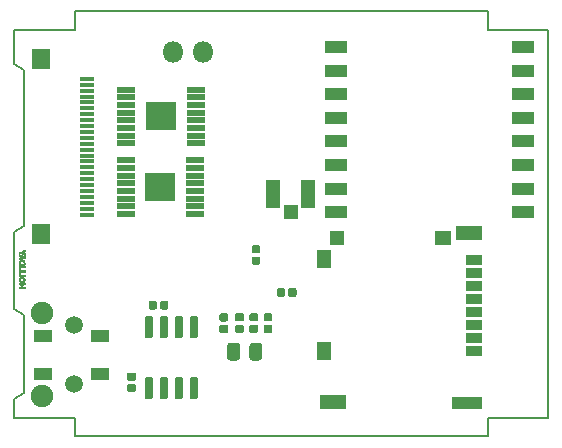
<source format=gbs>
G04 #@! TF.GenerationSoftware,KiCad,Pcbnew,(5.1.4)-1*
G04 #@! TF.CreationDate,2019-10-25T18:11:34-07:00*
G04 #@! TF.ProjectId,mainboard,6d61696e-626f-4617-9264-2e6b69636164,rev?*
G04 #@! TF.SameCoordinates,Original*
G04 #@! TF.FileFunction,Soldermask,Bot*
G04 #@! TF.FilePolarity,Negative*
%FSLAX46Y46*%
G04 Gerber Fmt 4.6, Leading zero omitted, Abs format (unit mm)*
G04 Created by KiCad (PCBNEW (5.1.4)-1) date 2019-10-25 18:11:34*
%MOMM*%
%LPD*%
G04 APERTURE LIST*
%ADD10C,0.150000*%
%ADD11C,0.010000*%
%ADD12O,1.801600X1.801600*%
%ADD13R,1.601600X1.801600*%
%ADD14R,1.201600X0.351600*%
%ADD15R,1.601600X1.101600*%
%ADD16C,0.100000*%
%ADD17C,0.691600*%
%ADD18R,1.151600X1.151600*%
%ADD19R,1.151600X2.351600*%
%ADD20R,2.561600X2.411600*%
%ADD21R,1.576600X0.551600*%
%ADD22R,1.901600X1.101600*%
%ADD23C,0.701600*%
%ADD24R,1.251600X1.601600*%
%ADD25R,2.301600X1.251600*%
%ADD26R,1.301600X1.261600*%
%ADD27R,1.351600X1.261600*%
%ADD28R,2.601600X1.051600*%
%ADD29R,1.341600X0.901600*%
%ADD30C,1.076600*%
%ADD31C,1.509600*%
%ADD32C,1.901600*%
G04 APERTURE END LIST*
D10*
X76625100Y-98791400D02*
X76625100Y-92202000D01*
X77463300Y-78486000D02*
X76625100Y-77978000D01*
X77463300Y-91694000D02*
X76625100Y-92202000D01*
X77463300Y-78486000D02*
X77463300Y-91694000D01*
X81725100Y-75141600D02*
X81725100Y-73541600D01*
X81725100Y-107941600D02*
X81725100Y-109541600D01*
X121800300Y-107941600D02*
X116700300Y-107941600D01*
X76625100Y-75141600D02*
X81725100Y-75141600D01*
X116700300Y-107941600D02*
X116700300Y-109541600D01*
X116700300Y-73541600D02*
X116700300Y-75141600D01*
X121800300Y-75141600D02*
X116700300Y-75141600D01*
X76625100Y-107941600D02*
X76625100Y-106335200D01*
X81725100Y-107941600D02*
X76625100Y-107941600D01*
X77463300Y-99299400D02*
X76625100Y-98791400D01*
X121800300Y-107941600D02*
X121800300Y-75141600D01*
X77463300Y-105827200D02*
X76625100Y-106335200D01*
X77463300Y-99299400D02*
X77463300Y-105827200D01*
X81725100Y-109541600D02*
X116700300Y-109541600D01*
X116700300Y-73541600D02*
X81725100Y-73541600D01*
X76625100Y-75141600D02*
X76625100Y-77978000D01*
D11*
G36*
X77492162Y-96213253D02*
G01*
X77482286Y-96165669D01*
X77476807Y-96152583D01*
X77435560Y-96098625D01*
X77378858Y-96060008D01*
X77312046Y-96037495D01*
X77240471Y-96031850D01*
X77169477Y-96043837D01*
X77104411Y-96074219D01*
X77076970Y-96095456D01*
X77030213Y-96153639D01*
X77005591Y-96221216D01*
X77004013Y-96293631D01*
X77023986Y-96361250D01*
X77054741Y-96413772D01*
X77094644Y-96450202D01*
X77143032Y-96475066D01*
X77216178Y-96493454D01*
X77240386Y-96492674D01*
X77240386Y-96378892D01*
X77185642Y-96370129D01*
X77137884Y-96347133D01*
X77122174Y-96333810D01*
X77094669Y-96291455D01*
X77091920Y-96246066D01*
X77113992Y-96200574D01*
X77119039Y-96194395D01*
X77139665Y-96174518D01*
X77164063Y-96162934D01*
X77200571Y-96156662D01*
X77231354Y-96154233D01*
X77303130Y-96156912D01*
X77358145Y-96174153D01*
X77394602Y-96204563D01*
X77410699Y-96246752D01*
X77407176Y-96290256D01*
X77385513Y-96329102D01*
X77346425Y-96357445D01*
X77296015Y-96374353D01*
X77240386Y-96378892D01*
X77240386Y-96492674D01*
X77291119Y-96491039D01*
X77362238Y-96469670D01*
X77423918Y-96431192D01*
X77470543Y-96377453D01*
X77477557Y-96365056D01*
X77489837Y-96323998D01*
X77494692Y-96269713D01*
X77492162Y-96213253D01*
X77492162Y-96213253D01*
G37*
X77492162Y-96213253D02*
X77482286Y-96165669D01*
X77476807Y-96152583D01*
X77435560Y-96098625D01*
X77378858Y-96060008D01*
X77312046Y-96037495D01*
X77240471Y-96031850D01*
X77169477Y-96043837D01*
X77104411Y-96074219D01*
X77076970Y-96095456D01*
X77030213Y-96153639D01*
X77005591Y-96221216D01*
X77004013Y-96293631D01*
X77023986Y-96361250D01*
X77054741Y-96413772D01*
X77094644Y-96450202D01*
X77143032Y-96475066D01*
X77216178Y-96493454D01*
X77240386Y-96492674D01*
X77240386Y-96378892D01*
X77185642Y-96370129D01*
X77137884Y-96347133D01*
X77122174Y-96333810D01*
X77094669Y-96291455D01*
X77091920Y-96246066D01*
X77113992Y-96200574D01*
X77119039Y-96194395D01*
X77139665Y-96174518D01*
X77164063Y-96162934D01*
X77200571Y-96156662D01*
X77231354Y-96154233D01*
X77303130Y-96156912D01*
X77358145Y-96174153D01*
X77394602Y-96204563D01*
X77410699Y-96246752D01*
X77407176Y-96290256D01*
X77385513Y-96329102D01*
X77346425Y-96357445D01*
X77296015Y-96374353D01*
X77240386Y-96378892D01*
X77240386Y-96492674D01*
X77291119Y-96491039D01*
X77362238Y-96469670D01*
X77423918Y-96431192D01*
X77470543Y-96377453D01*
X77477557Y-96365056D01*
X77489837Y-96323998D01*
X77494692Y-96269713D01*
X77492162Y-96213253D01*
G36*
X77494655Y-94873569D02*
G01*
X77491749Y-94819358D01*
X77486539Y-94773189D01*
X77482142Y-94751920D01*
X77453216Y-94689756D01*
X77408124Y-94642531D01*
X77351454Y-94610548D01*
X77287797Y-94594108D01*
X77221744Y-94593513D01*
X77157885Y-94609065D01*
X77100811Y-94641065D01*
X77055111Y-94689814D01*
X77037018Y-94722665D01*
X77023647Y-94765979D01*
X77013020Y-94824308D01*
X77006178Y-94887877D01*
X77004162Y-94946910D01*
X77008012Y-94991631D01*
X77008268Y-94992825D01*
X77011155Y-95002900D01*
X77017063Y-95010275D01*
X77029513Y-95015372D01*
X77052022Y-95018612D01*
X77088112Y-95020415D01*
X77141301Y-95021203D01*
X77215108Y-95021396D01*
X77247275Y-95021400D01*
X77330841Y-95021142D01*
X77392408Y-95020177D01*
X77406500Y-95019536D01*
X77406500Y-94907100D01*
X77085697Y-94907100D01*
X77092228Y-94849160D01*
X77106140Y-94795101D01*
X77128044Y-94760046D01*
X77177999Y-94724359D01*
X77238348Y-94708349D01*
X77301231Y-94714031D01*
X77304219Y-94714896D01*
X77358550Y-94742028D01*
X77392702Y-94784538D01*
X77406267Y-94841880D01*
X77406500Y-94851663D01*
X77406500Y-94907100D01*
X77406500Y-95019536D01*
X77435371Y-95018222D01*
X77463128Y-95014993D01*
X77479076Y-95010205D01*
X77486611Y-95003577D01*
X77487692Y-95001312D01*
X77492811Y-94972861D01*
X77495070Y-94927509D01*
X77494655Y-94873569D01*
X77494655Y-94873569D01*
G37*
X77494655Y-94873569D02*
X77491749Y-94819358D01*
X77486539Y-94773189D01*
X77482142Y-94751920D01*
X77453216Y-94689756D01*
X77408124Y-94642531D01*
X77351454Y-94610548D01*
X77287797Y-94594108D01*
X77221744Y-94593513D01*
X77157885Y-94609065D01*
X77100811Y-94641065D01*
X77055111Y-94689814D01*
X77037018Y-94722665D01*
X77023647Y-94765979D01*
X77013020Y-94824308D01*
X77006178Y-94887877D01*
X77004162Y-94946910D01*
X77008012Y-94991631D01*
X77008268Y-94992825D01*
X77011155Y-95002900D01*
X77017063Y-95010275D01*
X77029513Y-95015372D01*
X77052022Y-95018612D01*
X77088112Y-95020415D01*
X77141301Y-95021203D01*
X77215108Y-95021396D01*
X77247275Y-95021400D01*
X77330841Y-95021142D01*
X77392408Y-95020177D01*
X77406500Y-95019536D01*
X77406500Y-94907100D01*
X77085697Y-94907100D01*
X77092228Y-94849160D01*
X77106140Y-94795101D01*
X77128044Y-94760046D01*
X77177999Y-94724359D01*
X77238348Y-94708349D01*
X77301231Y-94714031D01*
X77304219Y-94714896D01*
X77358550Y-94742028D01*
X77392702Y-94784538D01*
X77406267Y-94841880D01*
X77406500Y-94851663D01*
X77406500Y-94907100D01*
X77406500Y-95019536D01*
X77435371Y-95018222D01*
X77463128Y-95014993D01*
X77479076Y-95010205D01*
X77486611Y-95003577D01*
X77487692Y-95001312D01*
X77492811Y-94972861D01*
X77495070Y-94927509D01*
X77494655Y-94873569D01*
G36*
X77303788Y-96862900D02*
G01*
X77311250Y-96678750D01*
X77495400Y-96671288D01*
X77495400Y-96570800D01*
X77012800Y-96570800D01*
X77012800Y-96671332D01*
X77209650Y-96678750D01*
X77209650Y-96856550D01*
X77111225Y-96860260D01*
X77012800Y-96863969D01*
X77012800Y-96964500D01*
X77495400Y-96964500D01*
X77495400Y-96862900D01*
X77303788Y-96862900D01*
X77303788Y-96862900D01*
G37*
X77303788Y-96862900D02*
X77311250Y-96678750D01*
X77495400Y-96671288D01*
X77495400Y-96570800D01*
X77012800Y-96570800D01*
X77012800Y-96671332D01*
X77209650Y-96678750D01*
X77209650Y-96856550D01*
X77111225Y-96860260D01*
X77012800Y-96863969D01*
X77012800Y-96964500D01*
X77495400Y-96964500D01*
X77495400Y-96862900D01*
X77303788Y-96862900D01*
G36*
X77101700Y-95846900D02*
G01*
X77101700Y-95656400D01*
X77012800Y-95656400D01*
X77012800Y-95961200D01*
X77495400Y-95961200D01*
X77495400Y-95846900D01*
X77101700Y-95846900D01*
X77101700Y-95846900D01*
G37*
X77101700Y-95846900D02*
X77101700Y-95656400D01*
X77012800Y-95656400D01*
X77012800Y-95961200D01*
X77495400Y-95961200D01*
X77495400Y-95846900D01*
X77101700Y-95846900D01*
G36*
X77101700Y-95478600D02*
G01*
X77101700Y-95288100D01*
X77012800Y-95288100D01*
X77012800Y-95592900D01*
X77495400Y-95592900D01*
X77495400Y-95478600D01*
X77101700Y-95478600D01*
X77101700Y-95478600D01*
G37*
X77101700Y-95478600D02*
X77101700Y-95288100D01*
X77012800Y-95288100D01*
X77012800Y-95592900D01*
X77495400Y-95592900D01*
X77495400Y-95478600D01*
X77101700Y-95478600D01*
G36*
X77012800Y-95110300D02*
G01*
X77012800Y-95224600D01*
X77495400Y-95224600D01*
X77495400Y-95110300D01*
X77012800Y-95110300D01*
X77012800Y-95110300D01*
G37*
X77012800Y-95110300D02*
X77012800Y-95224600D01*
X77495400Y-95224600D01*
X77495400Y-95110300D01*
X77012800Y-95110300D01*
G36*
X77495400Y-94342223D02*
G01*
X77494514Y-94303875D01*
X77492226Y-94278405D01*
X77489991Y-94272100D01*
X77476729Y-94268509D01*
X77443115Y-94258522D01*
X77393039Y-94243320D01*
X77330394Y-94224085D01*
X77259881Y-94202250D01*
X77188154Y-94180134D01*
X77124673Y-94160900D01*
X77073458Y-94145740D01*
X77038530Y-94135844D01*
X77023990Y-94132400D01*
X77017234Y-94143734D01*
X77013252Y-94172321D01*
X77012800Y-94187900D01*
X77014019Y-94221923D01*
X77022047Y-94240406D01*
X77043441Y-94251551D01*
X77069950Y-94259400D01*
X77127100Y-94275402D01*
X77127100Y-94421485D01*
X77069950Y-94435876D01*
X77012800Y-94450266D01*
X77012800Y-94508592D01*
X77015132Y-94546052D01*
X77022645Y-94561067D01*
X77028675Y-94560927D01*
X77045746Y-94555374D01*
X77082650Y-94543904D01*
X77134893Y-94527896D01*
X77197978Y-94508730D01*
X77225525Y-94500411D01*
X77225525Y-94398654D01*
X77219564Y-94387680D01*
X77216245Y-94359719D01*
X77216000Y-94348300D01*
X77216899Y-94316471D01*
X77219142Y-94298785D01*
X77220045Y-94297500D01*
X77234127Y-94300786D01*
X77264370Y-94309075D01*
X77302626Y-94320015D01*
X77340744Y-94331254D01*
X77370576Y-94340439D01*
X77381100Y-94343984D01*
X77377574Y-94349800D01*
X77356255Y-94360060D01*
X77323824Y-94372417D01*
X77286963Y-94384523D01*
X77252354Y-94394029D01*
X77226678Y-94398587D01*
X77225525Y-94398654D01*
X77225525Y-94500411D01*
X77241400Y-94495616D01*
X77326058Y-94470206D01*
X77389563Y-94450767D01*
X77434936Y-94435473D01*
X77465199Y-94422499D01*
X77483373Y-94410021D01*
X77492479Y-94396215D01*
X77495540Y-94379255D01*
X77495575Y-94357318D01*
X77495400Y-94342223D01*
X77495400Y-94342223D01*
G37*
X77495400Y-94342223D02*
X77494514Y-94303875D01*
X77492226Y-94278405D01*
X77489991Y-94272100D01*
X77476729Y-94268509D01*
X77443115Y-94258522D01*
X77393039Y-94243320D01*
X77330394Y-94224085D01*
X77259881Y-94202250D01*
X77188154Y-94180134D01*
X77124673Y-94160900D01*
X77073458Y-94145740D01*
X77038530Y-94135844D01*
X77023990Y-94132400D01*
X77017234Y-94143734D01*
X77013252Y-94172321D01*
X77012800Y-94187900D01*
X77014019Y-94221923D01*
X77022047Y-94240406D01*
X77043441Y-94251551D01*
X77069950Y-94259400D01*
X77127100Y-94275402D01*
X77127100Y-94421485D01*
X77069950Y-94435876D01*
X77012800Y-94450266D01*
X77012800Y-94508592D01*
X77015132Y-94546052D01*
X77022645Y-94561067D01*
X77028675Y-94560927D01*
X77045746Y-94555374D01*
X77082650Y-94543904D01*
X77134893Y-94527896D01*
X77197978Y-94508730D01*
X77225525Y-94500411D01*
X77225525Y-94398654D01*
X77219564Y-94387680D01*
X77216245Y-94359719D01*
X77216000Y-94348300D01*
X77216899Y-94316471D01*
X77219142Y-94298785D01*
X77220045Y-94297500D01*
X77234127Y-94300786D01*
X77264370Y-94309075D01*
X77302626Y-94320015D01*
X77340744Y-94331254D01*
X77370576Y-94340439D01*
X77381100Y-94343984D01*
X77377574Y-94349800D01*
X77356255Y-94360060D01*
X77323824Y-94372417D01*
X77286963Y-94384523D01*
X77252354Y-94394029D01*
X77226678Y-94398587D01*
X77225525Y-94398654D01*
X77225525Y-94500411D01*
X77241400Y-94495616D01*
X77326058Y-94470206D01*
X77389563Y-94450767D01*
X77434936Y-94435473D01*
X77465199Y-94422499D01*
X77483373Y-94410021D01*
X77492479Y-94396215D01*
X77495540Y-94379255D01*
X77495575Y-94357318D01*
X77495400Y-94342223D01*
G36*
X77495400Y-93809265D02*
G01*
X77494468Y-93774920D01*
X77492104Y-93754183D01*
X77490653Y-93751400D01*
X77478424Y-93757294D01*
X77448568Y-93773360D01*
X77405514Y-93797174D01*
X77353691Y-93826312D01*
X77351416Y-93827600D01*
X77294462Y-93859572D01*
X77253104Y-93881055D01*
X77220871Y-93894134D01*
X77191291Y-93900895D01*
X77157890Y-93903422D01*
X77114864Y-93903800D01*
X77012800Y-93903800D01*
X77012800Y-94018100D01*
X77118211Y-94018100D01*
X77168293Y-94019324D01*
X77208734Y-94022579D01*
X77232700Y-94027239D01*
X77235686Y-94028845D01*
X77251296Y-94038907D01*
X77284256Y-94057861D01*
X77329417Y-94082802D01*
X77371575Y-94105490D01*
X77495400Y-94171390D01*
X77495400Y-94046587D01*
X77285850Y-93956153D01*
X77336650Y-93935170D01*
X77400214Y-93908892D01*
X77444087Y-93889776D01*
X77471910Y-93874938D01*
X77487320Y-93861491D01*
X77493957Y-93846551D01*
X77495457Y-93827230D01*
X77495400Y-93809265D01*
X77495400Y-93809265D01*
G37*
X77495400Y-93809265D02*
X77494468Y-93774920D01*
X77492104Y-93754183D01*
X77490653Y-93751400D01*
X77478424Y-93757294D01*
X77448568Y-93773360D01*
X77405514Y-93797174D01*
X77353691Y-93826312D01*
X77351416Y-93827600D01*
X77294462Y-93859572D01*
X77253104Y-93881055D01*
X77220871Y-93894134D01*
X77191291Y-93900895D01*
X77157890Y-93903422D01*
X77114864Y-93903800D01*
X77012800Y-93903800D01*
X77012800Y-94018100D01*
X77118211Y-94018100D01*
X77168293Y-94019324D01*
X77208734Y-94022579D01*
X77232700Y-94027239D01*
X77235686Y-94028845D01*
X77251296Y-94038907D01*
X77284256Y-94057861D01*
X77329417Y-94082802D01*
X77371575Y-94105490D01*
X77495400Y-94171390D01*
X77495400Y-94046587D01*
X77285850Y-93956153D01*
X77336650Y-93935170D01*
X77400214Y-93908892D01*
X77444087Y-93889776D01*
X77471910Y-93874938D01*
X77487320Y-93861491D01*
X77493957Y-93846551D01*
X77495457Y-93827230D01*
X77495400Y-93809265D01*
D12*
X92583000Y-76962000D03*
X90043000Y-76962000D03*
D13*
X78921780Y-77611260D03*
X78921780Y-92411260D03*
D14*
X82821780Y-79261260D03*
X82821780Y-79761260D03*
X82821780Y-80261260D03*
X82821780Y-80761260D03*
X82821780Y-81261260D03*
X82821780Y-81761260D03*
X82821780Y-82261260D03*
X82821780Y-82761260D03*
X82821780Y-83261260D03*
X82821780Y-83761260D03*
X82821780Y-84261260D03*
X82821780Y-84761260D03*
X82821780Y-85261260D03*
X82821780Y-85761260D03*
X82821780Y-86261260D03*
X82821780Y-86761260D03*
X82821780Y-87261260D03*
X82821780Y-87761260D03*
X82821780Y-88261260D03*
X82821780Y-88761260D03*
X82821780Y-89261260D03*
X82821780Y-89761260D03*
X82821780Y-90261260D03*
X82821780Y-90761260D03*
D15*
X79020500Y-104216000D03*
X79020500Y-101016000D03*
X83920500Y-104216000D03*
X83920500Y-101016000D03*
D16*
G36*
X88541347Y-98055033D02*
G01*
X88558131Y-98057522D01*
X88574590Y-98061645D01*
X88590566Y-98067361D01*
X88605904Y-98074616D01*
X88620458Y-98083339D01*
X88634087Y-98093446D01*
X88646659Y-98104841D01*
X88658054Y-98117413D01*
X88668161Y-98131042D01*
X88676884Y-98145596D01*
X88684139Y-98160934D01*
X88689855Y-98176910D01*
X88693978Y-98193369D01*
X88696467Y-98210153D01*
X88697300Y-98227100D01*
X88697300Y-98622900D01*
X88696467Y-98639847D01*
X88693978Y-98656631D01*
X88689855Y-98673090D01*
X88684139Y-98689066D01*
X88676884Y-98704404D01*
X88668161Y-98718958D01*
X88658054Y-98732587D01*
X88646659Y-98745159D01*
X88634087Y-98756554D01*
X88620458Y-98766661D01*
X88605904Y-98775384D01*
X88590566Y-98782639D01*
X88574590Y-98788355D01*
X88558131Y-98792478D01*
X88541347Y-98794967D01*
X88524400Y-98795800D01*
X88178600Y-98795800D01*
X88161653Y-98794967D01*
X88144869Y-98792478D01*
X88128410Y-98788355D01*
X88112434Y-98782639D01*
X88097096Y-98775384D01*
X88082542Y-98766661D01*
X88068913Y-98756554D01*
X88056341Y-98745159D01*
X88044946Y-98732587D01*
X88034839Y-98718958D01*
X88026116Y-98704404D01*
X88018861Y-98689066D01*
X88013145Y-98673090D01*
X88009022Y-98656631D01*
X88006533Y-98639847D01*
X88005700Y-98622900D01*
X88005700Y-98227100D01*
X88006533Y-98210153D01*
X88009022Y-98193369D01*
X88013145Y-98176910D01*
X88018861Y-98160934D01*
X88026116Y-98145596D01*
X88034839Y-98131042D01*
X88044946Y-98117413D01*
X88056341Y-98104841D01*
X88068913Y-98093446D01*
X88082542Y-98083339D01*
X88097096Y-98074616D01*
X88112434Y-98067361D01*
X88128410Y-98061645D01*
X88144869Y-98057522D01*
X88161653Y-98055033D01*
X88178600Y-98054200D01*
X88524400Y-98054200D01*
X88541347Y-98055033D01*
X88541347Y-98055033D01*
G37*
D17*
X88351500Y-98425000D03*
D16*
G36*
X89511347Y-98055033D02*
G01*
X89528131Y-98057522D01*
X89544590Y-98061645D01*
X89560566Y-98067361D01*
X89575904Y-98074616D01*
X89590458Y-98083339D01*
X89604087Y-98093446D01*
X89616659Y-98104841D01*
X89628054Y-98117413D01*
X89638161Y-98131042D01*
X89646884Y-98145596D01*
X89654139Y-98160934D01*
X89659855Y-98176910D01*
X89663978Y-98193369D01*
X89666467Y-98210153D01*
X89667300Y-98227100D01*
X89667300Y-98622900D01*
X89666467Y-98639847D01*
X89663978Y-98656631D01*
X89659855Y-98673090D01*
X89654139Y-98689066D01*
X89646884Y-98704404D01*
X89638161Y-98718958D01*
X89628054Y-98732587D01*
X89616659Y-98745159D01*
X89604087Y-98756554D01*
X89590458Y-98766661D01*
X89575904Y-98775384D01*
X89560566Y-98782639D01*
X89544590Y-98788355D01*
X89528131Y-98792478D01*
X89511347Y-98794967D01*
X89494400Y-98795800D01*
X89148600Y-98795800D01*
X89131653Y-98794967D01*
X89114869Y-98792478D01*
X89098410Y-98788355D01*
X89082434Y-98782639D01*
X89067096Y-98775384D01*
X89052542Y-98766661D01*
X89038913Y-98756554D01*
X89026341Y-98745159D01*
X89014946Y-98732587D01*
X89004839Y-98718958D01*
X88996116Y-98704404D01*
X88988861Y-98689066D01*
X88983145Y-98673090D01*
X88979022Y-98656631D01*
X88976533Y-98639847D01*
X88975700Y-98622900D01*
X88975700Y-98227100D01*
X88976533Y-98210153D01*
X88979022Y-98193369D01*
X88983145Y-98176910D01*
X88988861Y-98160934D01*
X88996116Y-98145596D01*
X89004839Y-98131042D01*
X89014946Y-98117413D01*
X89026341Y-98104841D01*
X89038913Y-98093446D01*
X89052542Y-98083339D01*
X89067096Y-98074616D01*
X89082434Y-98067361D01*
X89098410Y-98061645D01*
X89114869Y-98057522D01*
X89131653Y-98055033D01*
X89148600Y-98054200D01*
X89494400Y-98054200D01*
X89511347Y-98055033D01*
X89511347Y-98055033D01*
G37*
D17*
X89321500Y-98425000D03*
D18*
X100012500Y-90552000D03*
D19*
X98537500Y-89027000D03*
X101487500Y-89027000D03*
D16*
G36*
X94575847Y-99121573D02*
G01*
X94592631Y-99124062D01*
X94609090Y-99128185D01*
X94625066Y-99133901D01*
X94640404Y-99141156D01*
X94654958Y-99149879D01*
X94668587Y-99159986D01*
X94681159Y-99171381D01*
X94692554Y-99183953D01*
X94702661Y-99197582D01*
X94711384Y-99212136D01*
X94718639Y-99227474D01*
X94724355Y-99243450D01*
X94728478Y-99259909D01*
X94730967Y-99276693D01*
X94731800Y-99293640D01*
X94731800Y-99639440D01*
X94730967Y-99656387D01*
X94728478Y-99673171D01*
X94724355Y-99689630D01*
X94718639Y-99705606D01*
X94711384Y-99720944D01*
X94702661Y-99735498D01*
X94692554Y-99749127D01*
X94681159Y-99761699D01*
X94668587Y-99773094D01*
X94654958Y-99783201D01*
X94640404Y-99791924D01*
X94625066Y-99799179D01*
X94609090Y-99804895D01*
X94592631Y-99809018D01*
X94575847Y-99811507D01*
X94558900Y-99812340D01*
X94163100Y-99812340D01*
X94146153Y-99811507D01*
X94129369Y-99809018D01*
X94112910Y-99804895D01*
X94096934Y-99799179D01*
X94081596Y-99791924D01*
X94067042Y-99783201D01*
X94053413Y-99773094D01*
X94040841Y-99761699D01*
X94029446Y-99749127D01*
X94019339Y-99735498D01*
X94010616Y-99720944D01*
X94003361Y-99705606D01*
X93997645Y-99689630D01*
X93993522Y-99673171D01*
X93991033Y-99656387D01*
X93990200Y-99639440D01*
X93990200Y-99293640D01*
X93991033Y-99276693D01*
X93993522Y-99259909D01*
X93997645Y-99243450D01*
X94003361Y-99227474D01*
X94010616Y-99212136D01*
X94019339Y-99197582D01*
X94029446Y-99183953D01*
X94040841Y-99171381D01*
X94053413Y-99159986D01*
X94067042Y-99149879D01*
X94081596Y-99141156D01*
X94096934Y-99133901D01*
X94112910Y-99128185D01*
X94129369Y-99124062D01*
X94146153Y-99121573D01*
X94163100Y-99120740D01*
X94558900Y-99120740D01*
X94575847Y-99121573D01*
X94575847Y-99121573D01*
G37*
D17*
X94361000Y-99466540D03*
D16*
G36*
X94575847Y-100091573D02*
G01*
X94592631Y-100094062D01*
X94609090Y-100098185D01*
X94625066Y-100103901D01*
X94640404Y-100111156D01*
X94654958Y-100119879D01*
X94668587Y-100129986D01*
X94681159Y-100141381D01*
X94692554Y-100153953D01*
X94702661Y-100167582D01*
X94711384Y-100182136D01*
X94718639Y-100197474D01*
X94724355Y-100213450D01*
X94728478Y-100229909D01*
X94730967Y-100246693D01*
X94731800Y-100263640D01*
X94731800Y-100609440D01*
X94730967Y-100626387D01*
X94728478Y-100643171D01*
X94724355Y-100659630D01*
X94718639Y-100675606D01*
X94711384Y-100690944D01*
X94702661Y-100705498D01*
X94692554Y-100719127D01*
X94681159Y-100731699D01*
X94668587Y-100743094D01*
X94654958Y-100753201D01*
X94640404Y-100761924D01*
X94625066Y-100769179D01*
X94609090Y-100774895D01*
X94592631Y-100779018D01*
X94575847Y-100781507D01*
X94558900Y-100782340D01*
X94163100Y-100782340D01*
X94146153Y-100781507D01*
X94129369Y-100779018D01*
X94112910Y-100774895D01*
X94096934Y-100769179D01*
X94081596Y-100761924D01*
X94067042Y-100753201D01*
X94053413Y-100743094D01*
X94040841Y-100731699D01*
X94029446Y-100719127D01*
X94019339Y-100705498D01*
X94010616Y-100690944D01*
X94003361Y-100675606D01*
X93997645Y-100659630D01*
X93993522Y-100643171D01*
X93991033Y-100626387D01*
X93990200Y-100609440D01*
X93990200Y-100263640D01*
X93991033Y-100246693D01*
X93993522Y-100229909D01*
X93997645Y-100213450D01*
X94003361Y-100197474D01*
X94010616Y-100182136D01*
X94019339Y-100167582D01*
X94029446Y-100153953D01*
X94040841Y-100141381D01*
X94053413Y-100129986D01*
X94067042Y-100119879D01*
X94081596Y-100111156D01*
X94096934Y-100103901D01*
X94112910Y-100098185D01*
X94129369Y-100094062D01*
X94146153Y-100091573D01*
X94163100Y-100090740D01*
X94558900Y-100090740D01*
X94575847Y-100091573D01*
X94575847Y-100091573D01*
G37*
D17*
X94361000Y-100436540D03*
D16*
G36*
X97306347Y-94310533D02*
G01*
X97323131Y-94313022D01*
X97339590Y-94317145D01*
X97355566Y-94322861D01*
X97370904Y-94330116D01*
X97385458Y-94338839D01*
X97399087Y-94348946D01*
X97411659Y-94360341D01*
X97423054Y-94372913D01*
X97433161Y-94386542D01*
X97441884Y-94401096D01*
X97449139Y-94416434D01*
X97454855Y-94432410D01*
X97458978Y-94448869D01*
X97461467Y-94465653D01*
X97462300Y-94482600D01*
X97462300Y-94828400D01*
X97461467Y-94845347D01*
X97458978Y-94862131D01*
X97454855Y-94878590D01*
X97449139Y-94894566D01*
X97441884Y-94909904D01*
X97433161Y-94924458D01*
X97423054Y-94938087D01*
X97411659Y-94950659D01*
X97399087Y-94962054D01*
X97385458Y-94972161D01*
X97370904Y-94980884D01*
X97355566Y-94988139D01*
X97339590Y-94993855D01*
X97323131Y-94997978D01*
X97306347Y-95000467D01*
X97289400Y-95001300D01*
X96893600Y-95001300D01*
X96876653Y-95000467D01*
X96859869Y-94997978D01*
X96843410Y-94993855D01*
X96827434Y-94988139D01*
X96812096Y-94980884D01*
X96797542Y-94972161D01*
X96783913Y-94962054D01*
X96771341Y-94950659D01*
X96759946Y-94938087D01*
X96749839Y-94924458D01*
X96741116Y-94909904D01*
X96733861Y-94894566D01*
X96728145Y-94878590D01*
X96724022Y-94862131D01*
X96721533Y-94845347D01*
X96720700Y-94828400D01*
X96720700Y-94482600D01*
X96721533Y-94465653D01*
X96724022Y-94448869D01*
X96728145Y-94432410D01*
X96733861Y-94416434D01*
X96741116Y-94401096D01*
X96749839Y-94386542D01*
X96759946Y-94372913D01*
X96771341Y-94360341D01*
X96783913Y-94348946D01*
X96797542Y-94338839D01*
X96812096Y-94330116D01*
X96827434Y-94322861D01*
X96843410Y-94317145D01*
X96859869Y-94313022D01*
X96876653Y-94310533D01*
X96893600Y-94309700D01*
X97289400Y-94309700D01*
X97306347Y-94310533D01*
X97306347Y-94310533D01*
G37*
D17*
X97091500Y-94655500D03*
D16*
G36*
X97306347Y-93340533D02*
G01*
X97323131Y-93343022D01*
X97339590Y-93347145D01*
X97355566Y-93352861D01*
X97370904Y-93360116D01*
X97385458Y-93368839D01*
X97399087Y-93378946D01*
X97411659Y-93390341D01*
X97423054Y-93402913D01*
X97433161Y-93416542D01*
X97441884Y-93431096D01*
X97449139Y-93446434D01*
X97454855Y-93462410D01*
X97458978Y-93478869D01*
X97461467Y-93495653D01*
X97462300Y-93512600D01*
X97462300Y-93858400D01*
X97461467Y-93875347D01*
X97458978Y-93892131D01*
X97454855Y-93908590D01*
X97449139Y-93924566D01*
X97441884Y-93939904D01*
X97433161Y-93954458D01*
X97423054Y-93968087D01*
X97411659Y-93980659D01*
X97399087Y-93992054D01*
X97385458Y-94002161D01*
X97370904Y-94010884D01*
X97355566Y-94018139D01*
X97339590Y-94023855D01*
X97323131Y-94027978D01*
X97306347Y-94030467D01*
X97289400Y-94031300D01*
X96893600Y-94031300D01*
X96876653Y-94030467D01*
X96859869Y-94027978D01*
X96843410Y-94023855D01*
X96827434Y-94018139D01*
X96812096Y-94010884D01*
X96797542Y-94002161D01*
X96783913Y-93992054D01*
X96771341Y-93980659D01*
X96759946Y-93968087D01*
X96749839Y-93954458D01*
X96741116Y-93939904D01*
X96733861Y-93924566D01*
X96728145Y-93908590D01*
X96724022Y-93892131D01*
X96721533Y-93875347D01*
X96720700Y-93858400D01*
X96720700Y-93512600D01*
X96721533Y-93495653D01*
X96724022Y-93478869D01*
X96728145Y-93462410D01*
X96733861Y-93446434D01*
X96741116Y-93431096D01*
X96749839Y-93416542D01*
X96759946Y-93402913D01*
X96771341Y-93390341D01*
X96783913Y-93378946D01*
X96797542Y-93368839D01*
X96812096Y-93360116D01*
X96827434Y-93352861D01*
X96843410Y-93347145D01*
X96859869Y-93343022D01*
X96876653Y-93340533D01*
X96893600Y-93339700D01*
X97289400Y-93339700D01*
X97306347Y-93340533D01*
X97306347Y-93340533D01*
G37*
D17*
X97091500Y-93685500D03*
D20*
X88988900Y-88442800D03*
D21*
X91926900Y-90717800D03*
X91926900Y-90067800D03*
X91926900Y-89417800D03*
X91926900Y-88767800D03*
X91926900Y-88117800D03*
X91926900Y-87467800D03*
X91926900Y-86817800D03*
X91926900Y-86167800D03*
X86050900Y-86167800D03*
X86050900Y-86817800D03*
X86050900Y-87467800D03*
X86050900Y-88117800D03*
X86050900Y-88767800D03*
X86050900Y-89417800D03*
X86050900Y-90067800D03*
X86050900Y-90717800D03*
D20*
X89039700Y-82448400D03*
D21*
X91977700Y-84723400D03*
X91977700Y-84073400D03*
X91977700Y-83423400D03*
X91977700Y-82773400D03*
X91977700Y-82123400D03*
X91977700Y-81473400D03*
X91977700Y-80823400D03*
X91977700Y-80173400D03*
X86101700Y-80173400D03*
X86101700Y-80823400D03*
X86101700Y-81473400D03*
X86101700Y-82123400D03*
X86101700Y-82773400D03*
X86101700Y-83423400D03*
X86101700Y-84073400D03*
X86101700Y-84723400D03*
D22*
X103860000Y-76566000D03*
X103860000Y-78566000D03*
X103860000Y-80566000D03*
X103860000Y-82566000D03*
X103860000Y-84566000D03*
X103860000Y-86566000D03*
X103860000Y-88566000D03*
X103860000Y-90566000D03*
X119660000Y-90566000D03*
X119660000Y-88566000D03*
X119660000Y-86566000D03*
X119660000Y-84566000D03*
X119660000Y-82566000D03*
X119660000Y-80566000D03*
X119660000Y-78566000D03*
X119660000Y-76566000D03*
D16*
G36*
X88203592Y-104520045D02*
G01*
X88220619Y-104522570D01*
X88237316Y-104526753D01*
X88253523Y-104532552D01*
X88269083Y-104539911D01*
X88283847Y-104548760D01*
X88297673Y-104559014D01*
X88310427Y-104570573D01*
X88321986Y-104583327D01*
X88332240Y-104597153D01*
X88341089Y-104611917D01*
X88348448Y-104627477D01*
X88354247Y-104643684D01*
X88358430Y-104660381D01*
X88360955Y-104677408D01*
X88361800Y-104694600D01*
X88361800Y-106195400D01*
X88360955Y-106212592D01*
X88358430Y-106229619D01*
X88354247Y-106246316D01*
X88348448Y-106262523D01*
X88341089Y-106278083D01*
X88332240Y-106292847D01*
X88321986Y-106306673D01*
X88310427Y-106319427D01*
X88297673Y-106330986D01*
X88283847Y-106341240D01*
X88269083Y-106350089D01*
X88253523Y-106357448D01*
X88237316Y-106363247D01*
X88220619Y-106367430D01*
X88203592Y-106369955D01*
X88186400Y-106370800D01*
X87835600Y-106370800D01*
X87818408Y-106369955D01*
X87801381Y-106367430D01*
X87784684Y-106363247D01*
X87768477Y-106357448D01*
X87752917Y-106350089D01*
X87738153Y-106341240D01*
X87724327Y-106330986D01*
X87711573Y-106319427D01*
X87700014Y-106306673D01*
X87689760Y-106292847D01*
X87680911Y-106278083D01*
X87673552Y-106262523D01*
X87667753Y-106246316D01*
X87663570Y-106229619D01*
X87661045Y-106212592D01*
X87660200Y-106195400D01*
X87660200Y-104694600D01*
X87661045Y-104677408D01*
X87663570Y-104660381D01*
X87667753Y-104643684D01*
X87673552Y-104627477D01*
X87680911Y-104611917D01*
X87689760Y-104597153D01*
X87700014Y-104583327D01*
X87711573Y-104570573D01*
X87724327Y-104559014D01*
X87738153Y-104548760D01*
X87752917Y-104539911D01*
X87768477Y-104532552D01*
X87784684Y-104526753D01*
X87801381Y-104522570D01*
X87818408Y-104520045D01*
X87835600Y-104519200D01*
X88186400Y-104519200D01*
X88203592Y-104520045D01*
X88203592Y-104520045D01*
G37*
D23*
X88011000Y-105445000D03*
D16*
G36*
X89473592Y-104520045D02*
G01*
X89490619Y-104522570D01*
X89507316Y-104526753D01*
X89523523Y-104532552D01*
X89539083Y-104539911D01*
X89553847Y-104548760D01*
X89567673Y-104559014D01*
X89580427Y-104570573D01*
X89591986Y-104583327D01*
X89602240Y-104597153D01*
X89611089Y-104611917D01*
X89618448Y-104627477D01*
X89624247Y-104643684D01*
X89628430Y-104660381D01*
X89630955Y-104677408D01*
X89631800Y-104694600D01*
X89631800Y-106195400D01*
X89630955Y-106212592D01*
X89628430Y-106229619D01*
X89624247Y-106246316D01*
X89618448Y-106262523D01*
X89611089Y-106278083D01*
X89602240Y-106292847D01*
X89591986Y-106306673D01*
X89580427Y-106319427D01*
X89567673Y-106330986D01*
X89553847Y-106341240D01*
X89539083Y-106350089D01*
X89523523Y-106357448D01*
X89507316Y-106363247D01*
X89490619Y-106367430D01*
X89473592Y-106369955D01*
X89456400Y-106370800D01*
X89105600Y-106370800D01*
X89088408Y-106369955D01*
X89071381Y-106367430D01*
X89054684Y-106363247D01*
X89038477Y-106357448D01*
X89022917Y-106350089D01*
X89008153Y-106341240D01*
X88994327Y-106330986D01*
X88981573Y-106319427D01*
X88970014Y-106306673D01*
X88959760Y-106292847D01*
X88950911Y-106278083D01*
X88943552Y-106262523D01*
X88937753Y-106246316D01*
X88933570Y-106229619D01*
X88931045Y-106212592D01*
X88930200Y-106195400D01*
X88930200Y-104694600D01*
X88931045Y-104677408D01*
X88933570Y-104660381D01*
X88937753Y-104643684D01*
X88943552Y-104627477D01*
X88950911Y-104611917D01*
X88959760Y-104597153D01*
X88970014Y-104583327D01*
X88981573Y-104570573D01*
X88994327Y-104559014D01*
X89008153Y-104548760D01*
X89022917Y-104539911D01*
X89038477Y-104532552D01*
X89054684Y-104526753D01*
X89071381Y-104522570D01*
X89088408Y-104520045D01*
X89105600Y-104519200D01*
X89456400Y-104519200D01*
X89473592Y-104520045D01*
X89473592Y-104520045D01*
G37*
D23*
X89281000Y-105445000D03*
D16*
G36*
X90743592Y-104520045D02*
G01*
X90760619Y-104522570D01*
X90777316Y-104526753D01*
X90793523Y-104532552D01*
X90809083Y-104539911D01*
X90823847Y-104548760D01*
X90837673Y-104559014D01*
X90850427Y-104570573D01*
X90861986Y-104583327D01*
X90872240Y-104597153D01*
X90881089Y-104611917D01*
X90888448Y-104627477D01*
X90894247Y-104643684D01*
X90898430Y-104660381D01*
X90900955Y-104677408D01*
X90901800Y-104694600D01*
X90901800Y-106195400D01*
X90900955Y-106212592D01*
X90898430Y-106229619D01*
X90894247Y-106246316D01*
X90888448Y-106262523D01*
X90881089Y-106278083D01*
X90872240Y-106292847D01*
X90861986Y-106306673D01*
X90850427Y-106319427D01*
X90837673Y-106330986D01*
X90823847Y-106341240D01*
X90809083Y-106350089D01*
X90793523Y-106357448D01*
X90777316Y-106363247D01*
X90760619Y-106367430D01*
X90743592Y-106369955D01*
X90726400Y-106370800D01*
X90375600Y-106370800D01*
X90358408Y-106369955D01*
X90341381Y-106367430D01*
X90324684Y-106363247D01*
X90308477Y-106357448D01*
X90292917Y-106350089D01*
X90278153Y-106341240D01*
X90264327Y-106330986D01*
X90251573Y-106319427D01*
X90240014Y-106306673D01*
X90229760Y-106292847D01*
X90220911Y-106278083D01*
X90213552Y-106262523D01*
X90207753Y-106246316D01*
X90203570Y-106229619D01*
X90201045Y-106212592D01*
X90200200Y-106195400D01*
X90200200Y-104694600D01*
X90201045Y-104677408D01*
X90203570Y-104660381D01*
X90207753Y-104643684D01*
X90213552Y-104627477D01*
X90220911Y-104611917D01*
X90229760Y-104597153D01*
X90240014Y-104583327D01*
X90251573Y-104570573D01*
X90264327Y-104559014D01*
X90278153Y-104548760D01*
X90292917Y-104539911D01*
X90308477Y-104532552D01*
X90324684Y-104526753D01*
X90341381Y-104522570D01*
X90358408Y-104520045D01*
X90375600Y-104519200D01*
X90726400Y-104519200D01*
X90743592Y-104520045D01*
X90743592Y-104520045D01*
G37*
D23*
X90551000Y-105445000D03*
D16*
G36*
X92013592Y-104520045D02*
G01*
X92030619Y-104522570D01*
X92047316Y-104526753D01*
X92063523Y-104532552D01*
X92079083Y-104539911D01*
X92093847Y-104548760D01*
X92107673Y-104559014D01*
X92120427Y-104570573D01*
X92131986Y-104583327D01*
X92142240Y-104597153D01*
X92151089Y-104611917D01*
X92158448Y-104627477D01*
X92164247Y-104643684D01*
X92168430Y-104660381D01*
X92170955Y-104677408D01*
X92171800Y-104694600D01*
X92171800Y-106195400D01*
X92170955Y-106212592D01*
X92168430Y-106229619D01*
X92164247Y-106246316D01*
X92158448Y-106262523D01*
X92151089Y-106278083D01*
X92142240Y-106292847D01*
X92131986Y-106306673D01*
X92120427Y-106319427D01*
X92107673Y-106330986D01*
X92093847Y-106341240D01*
X92079083Y-106350089D01*
X92063523Y-106357448D01*
X92047316Y-106363247D01*
X92030619Y-106367430D01*
X92013592Y-106369955D01*
X91996400Y-106370800D01*
X91645600Y-106370800D01*
X91628408Y-106369955D01*
X91611381Y-106367430D01*
X91594684Y-106363247D01*
X91578477Y-106357448D01*
X91562917Y-106350089D01*
X91548153Y-106341240D01*
X91534327Y-106330986D01*
X91521573Y-106319427D01*
X91510014Y-106306673D01*
X91499760Y-106292847D01*
X91490911Y-106278083D01*
X91483552Y-106262523D01*
X91477753Y-106246316D01*
X91473570Y-106229619D01*
X91471045Y-106212592D01*
X91470200Y-106195400D01*
X91470200Y-104694600D01*
X91471045Y-104677408D01*
X91473570Y-104660381D01*
X91477753Y-104643684D01*
X91483552Y-104627477D01*
X91490911Y-104611917D01*
X91499760Y-104597153D01*
X91510014Y-104583327D01*
X91521573Y-104570573D01*
X91534327Y-104559014D01*
X91548153Y-104548760D01*
X91562917Y-104539911D01*
X91578477Y-104532552D01*
X91594684Y-104526753D01*
X91611381Y-104522570D01*
X91628408Y-104520045D01*
X91645600Y-104519200D01*
X91996400Y-104519200D01*
X92013592Y-104520045D01*
X92013592Y-104520045D01*
G37*
D23*
X91821000Y-105445000D03*
D16*
G36*
X92013592Y-99370045D02*
G01*
X92030619Y-99372570D01*
X92047316Y-99376753D01*
X92063523Y-99382552D01*
X92079083Y-99389911D01*
X92093847Y-99398760D01*
X92107673Y-99409014D01*
X92120427Y-99420573D01*
X92131986Y-99433327D01*
X92142240Y-99447153D01*
X92151089Y-99461917D01*
X92158448Y-99477477D01*
X92164247Y-99493684D01*
X92168430Y-99510381D01*
X92170955Y-99527408D01*
X92171800Y-99544600D01*
X92171800Y-101045400D01*
X92170955Y-101062592D01*
X92168430Y-101079619D01*
X92164247Y-101096316D01*
X92158448Y-101112523D01*
X92151089Y-101128083D01*
X92142240Y-101142847D01*
X92131986Y-101156673D01*
X92120427Y-101169427D01*
X92107673Y-101180986D01*
X92093847Y-101191240D01*
X92079083Y-101200089D01*
X92063523Y-101207448D01*
X92047316Y-101213247D01*
X92030619Y-101217430D01*
X92013592Y-101219955D01*
X91996400Y-101220800D01*
X91645600Y-101220800D01*
X91628408Y-101219955D01*
X91611381Y-101217430D01*
X91594684Y-101213247D01*
X91578477Y-101207448D01*
X91562917Y-101200089D01*
X91548153Y-101191240D01*
X91534327Y-101180986D01*
X91521573Y-101169427D01*
X91510014Y-101156673D01*
X91499760Y-101142847D01*
X91490911Y-101128083D01*
X91483552Y-101112523D01*
X91477753Y-101096316D01*
X91473570Y-101079619D01*
X91471045Y-101062592D01*
X91470200Y-101045400D01*
X91470200Y-99544600D01*
X91471045Y-99527408D01*
X91473570Y-99510381D01*
X91477753Y-99493684D01*
X91483552Y-99477477D01*
X91490911Y-99461917D01*
X91499760Y-99447153D01*
X91510014Y-99433327D01*
X91521573Y-99420573D01*
X91534327Y-99409014D01*
X91548153Y-99398760D01*
X91562917Y-99389911D01*
X91578477Y-99382552D01*
X91594684Y-99376753D01*
X91611381Y-99372570D01*
X91628408Y-99370045D01*
X91645600Y-99369200D01*
X91996400Y-99369200D01*
X92013592Y-99370045D01*
X92013592Y-99370045D01*
G37*
D23*
X91821000Y-100295000D03*
D16*
G36*
X90743592Y-99370045D02*
G01*
X90760619Y-99372570D01*
X90777316Y-99376753D01*
X90793523Y-99382552D01*
X90809083Y-99389911D01*
X90823847Y-99398760D01*
X90837673Y-99409014D01*
X90850427Y-99420573D01*
X90861986Y-99433327D01*
X90872240Y-99447153D01*
X90881089Y-99461917D01*
X90888448Y-99477477D01*
X90894247Y-99493684D01*
X90898430Y-99510381D01*
X90900955Y-99527408D01*
X90901800Y-99544600D01*
X90901800Y-101045400D01*
X90900955Y-101062592D01*
X90898430Y-101079619D01*
X90894247Y-101096316D01*
X90888448Y-101112523D01*
X90881089Y-101128083D01*
X90872240Y-101142847D01*
X90861986Y-101156673D01*
X90850427Y-101169427D01*
X90837673Y-101180986D01*
X90823847Y-101191240D01*
X90809083Y-101200089D01*
X90793523Y-101207448D01*
X90777316Y-101213247D01*
X90760619Y-101217430D01*
X90743592Y-101219955D01*
X90726400Y-101220800D01*
X90375600Y-101220800D01*
X90358408Y-101219955D01*
X90341381Y-101217430D01*
X90324684Y-101213247D01*
X90308477Y-101207448D01*
X90292917Y-101200089D01*
X90278153Y-101191240D01*
X90264327Y-101180986D01*
X90251573Y-101169427D01*
X90240014Y-101156673D01*
X90229760Y-101142847D01*
X90220911Y-101128083D01*
X90213552Y-101112523D01*
X90207753Y-101096316D01*
X90203570Y-101079619D01*
X90201045Y-101062592D01*
X90200200Y-101045400D01*
X90200200Y-99544600D01*
X90201045Y-99527408D01*
X90203570Y-99510381D01*
X90207753Y-99493684D01*
X90213552Y-99477477D01*
X90220911Y-99461917D01*
X90229760Y-99447153D01*
X90240014Y-99433327D01*
X90251573Y-99420573D01*
X90264327Y-99409014D01*
X90278153Y-99398760D01*
X90292917Y-99389911D01*
X90308477Y-99382552D01*
X90324684Y-99376753D01*
X90341381Y-99372570D01*
X90358408Y-99370045D01*
X90375600Y-99369200D01*
X90726400Y-99369200D01*
X90743592Y-99370045D01*
X90743592Y-99370045D01*
G37*
D23*
X90551000Y-100295000D03*
D16*
G36*
X89473592Y-99370045D02*
G01*
X89490619Y-99372570D01*
X89507316Y-99376753D01*
X89523523Y-99382552D01*
X89539083Y-99389911D01*
X89553847Y-99398760D01*
X89567673Y-99409014D01*
X89580427Y-99420573D01*
X89591986Y-99433327D01*
X89602240Y-99447153D01*
X89611089Y-99461917D01*
X89618448Y-99477477D01*
X89624247Y-99493684D01*
X89628430Y-99510381D01*
X89630955Y-99527408D01*
X89631800Y-99544600D01*
X89631800Y-101045400D01*
X89630955Y-101062592D01*
X89628430Y-101079619D01*
X89624247Y-101096316D01*
X89618448Y-101112523D01*
X89611089Y-101128083D01*
X89602240Y-101142847D01*
X89591986Y-101156673D01*
X89580427Y-101169427D01*
X89567673Y-101180986D01*
X89553847Y-101191240D01*
X89539083Y-101200089D01*
X89523523Y-101207448D01*
X89507316Y-101213247D01*
X89490619Y-101217430D01*
X89473592Y-101219955D01*
X89456400Y-101220800D01*
X89105600Y-101220800D01*
X89088408Y-101219955D01*
X89071381Y-101217430D01*
X89054684Y-101213247D01*
X89038477Y-101207448D01*
X89022917Y-101200089D01*
X89008153Y-101191240D01*
X88994327Y-101180986D01*
X88981573Y-101169427D01*
X88970014Y-101156673D01*
X88959760Y-101142847D01*
X88950911Y-101128083D01*
X88943552Y-101112523D01*
X88937753Y-101096316D01*
X88933570Y-101079619D01*
X88931045Y-101062592D01*
X88930200Y-101045400D01*
X88930200Y-99544600D01*
X88931045Y-99527408D01*
X88933570Y-99510381D01*
X88937753Y-99493684D01*
X88943552Y-99477477D01*
X88950911Y-99461917D01*
X88959760Y-99447153D01*
X88970014Y-99433327D01*
X88981573Y-99420573D01*
X88994327Y-99409014D01*
X89008153Y-99398760D01*
X89022917Y-99389911D01*
X89038477Y-99382552D01*
X89054684Y-99376753D01*
X89071381Y-99372570D01*
X89088408Y-99370045D01*
X89105600Y-99369200D01*
X89456400Y-99369200D01*
X89473592Y-99370045D01*
X89473592Y-99370045D01*
G37*
D23*
X89281000Y-100295000D03*
D16*
G36*
X88203592Y-99370045D02*
G01*
X88220619Y-99372570D01*
X88237316Y-99376753D01*
X88253523Y-99382552D01*
X88269083Y-99389911D01*
X88283847Y-99398760D01*
X88297673Y-99409014D01*
X88310427Y-99420573D01*
X88321986Y-99433327D01*
X88332240Y-99447153D01*
X88341089Y-99461917D01*
X88348448Y-99477477D01*
X88354247Y-99493684D01*
X88358430Y-99510381D01*
X88360955Y-99527408D01*
X88361800Y-99544600D01*
X88361800Y-101045400D01*
X88360955Y-101062592D01*
X88358430Y-101079619D01*
X88354247Y-101096316D01*
X88348448Y-101112523D01*
X88341089Y-101128083D01*
X88332240Y-101142847D01*
X88321986Y-101156673D01*
X88310427Y-101169427D01*
X88297673Y-101180986D01*
X88283847Y-101191240D01*
X88269083Y-101200089D01*
X88253523Y-101207448D01*
X88237316Y-101213247D01*
X88220619Y-101217430D01*
X88203592Y-101219955D01*
X88186400Y-101220800D01*
X87835600Y-101220800D01*
X87818408Y-101219955D01*
X87801381Y-101217430D01*
X87784684Y-101213247D01*
X87768477Y-101207448D01*
X87752917Y-101200089D01*
X87738153Y-101191240D01*
X87724327Y-101180986D01*
X87711573Y-101169427D01*
X87700014Y-101156673D01*
X87689760Y-101142847D01*
X87680911Y-101128083D01*
X87673552Y-101112523D01*
X87667753Y-101096316D01*
X87663570Y-101079619D01*
X87661045Y-101062592D01*
X87660200Y-101045400D01*
X87660200Y-99544600D01*
X87661045Y-99527408D01*
X87663570Y-99510381D01*
X87667753Y-99493684D01*
X87673552Y-99477477D01*
X87680911Y-99461917D01*
X87689760Y-99447153D01*
X87700014Y-99433327D01*
X87711573Y-99420573D01*
X87724327Y-99409014D01*
X87738153Y-99398760D01*
X87752917Y-99389911D01*
X87768477Y-99382552D01*
X87784684Y-99376753D01*
X87801381Y-99372570D01*
X87818408Y-99370045D01*
X87835600Y-99369200D01*
X88186400Y-99369200D01*
X88203592Y-99370045D01*
X88203592Y-99370045D01*
G37*
D23*
X88011000Y-100295000D03*
D16*
G36*
X86765347Y-105105533D02*
G01*
X86782131Y-105108022D01*
X86798590Y-105112145D01*
X86814566Y-105117861D01*
X86829904Y-105125116D01*
X86844458Y-105133839D01*
X86858087Y-105143946D01*
X86870659Y-105155341D01*
X86882054Y-105167913D01*
X86892161Y-105181542D01*
X86900884Y-105196096D01*
X86908139Y-105211434D01*
X86913855Y-105227410D01*
X86917978Y-105243869D01*
X86920467Y-105260653D01*
X86921300Y-105277600D01*
X86921300Y-105623400D01*
X86920467Y-105640347D01*
X86917978Y-105657131D01*
X86913855Y-105673590D01*
X86908139Y-105689566D01*
X86900884Y-105704904D01*
X86892161Y-105719458D01*
X86882054Y-105733087D01*
X86870659Y-105745659D01*
X86858087Y-105757054D01*
X86844458Y-105767161D01*
X86829904Y-105775884D01*
X86814566Y-105783139D01*
X86798590Y-105788855D01*
X86782131Y-105792978D01*
X86765347Y-105795467D01*
X86748400Y-105796300D01*
X86352600Y-105796300D01*
X86335653Y-105795467D01*
X86318869Y-105792978D01*
X86302410Y-105788855D01*
X86286434Y-105783139D01*
X86271096Y-105775884D01*
X86256542Y-105767161D01*
X86242913Y-105757054D01*
X86230341Y-105745659D01*
X86218946Y-105733087D01*
X86208839Y-105719458D01*
X86200116Y-105704904D01*
X86192861Y-105689566D01*
X86187145Y-105673590D01*
X86183022Y-105657131D01*
X86180533Y-105640347D01*
X86179700Y-105623400D01*
X86179700Y-105277600D01*
X86180533Y-105260653D01*
X86183022Y-105243869D01*
X86187145Y-105227410D01*
X86192861Y-105211434D01*
X86200116Y-105196096D01*
X86208839Y-105181542D01*
X86218946Y-105167913D01*
X86230341Y-105155341D01*
X86242913Y-105143946D01*
X86256542Y-105133839D01*
X86271096Y-105125116D01*
X86286434Y-105117861D01*
X86302410Y-105112145D01*
X86318869Y-105108022D01*
X86335653Y-105105533D01*
X86352600Y-105104700D01*
X86748400Y-105104700D01*
X86765347Y-105105533D01*
X86765347Y-105105533D01*
G37*
D17*
X86550500Y-105450500D03*
D16*
G36*
X86765347Y-104135533D02*
G01*
X86782131Y-104138022D01*
X86798590Y-104142145D01*
X86814566Y-104147861D01*
X86829904Y-104155116D01*
X86844458Y-104163839D01*
X86858087Y-104173946D01*
X86870659Y-104185341D01*
X86882054Y-104197913D01*
X86892161Y-104211542D01*
X86900884Y-104226096D01*
X86908139Y-104241434D01*
X86913855Y-104257410D01*
X86917978Y-104273869D01*
X86920467Y-104290653D01*
X86921300Y-104307600D01*
X86921300Y-104653400D01*
X86920467Y-104670347D01*
X86917978Y-104687131D01*
X86913855Y-104703590D01*
X86908139Y-104719566D01*
X86900884Y-104734904D01*
X86892161Y-104749458D01*
X86882054Y-104763087D01*
X86870659Y-104775659D01*
X86858087Y-104787054D01*
X86844458Y-104797161D01*
X86829904Y-104805884D01*
X86814566Y-104813139D01*
X86798590Y-104818855D01*
X86782131Y-104822978D01*
X86765347Y-104825467D01*
X86748400Y-104826300D01*
X86352600Y-104826300D01*
X86335653Y-104825467D01*
X86318869Y-104822978D01*
X86302410Y-104818855D01*
X86286434Y-104813139D01*
X86271096Y-104805884D01*
X86256542Y-104797161D01*
X86242913Y-104787054D01*
X86230341Y-104775659D01*
X86218946Y-104763087D01*
X86208839Y-104749458D01*
X86200116Y-104734904D01*
X86192861Y-104719566D01*
X86187145Y-104703590D01*
X86183022Y-104687131D01*
X86180533Y-104670347D01*
X86179700Y-104653400D01*
X86179700Y-104307600D01*
X86180533Y-104290653D01*
X86183022Y-104273869D01*
X86187145Y-104257410D01*
X86192861Y-104241434D01*
X86200116Y-104226096D01*
X86208839Y-104211542D01*
X86218946Y-104197913D01*
X86230341Y-104185341D01*
X86242913Y-104173946D01*
X86256542Y-104163839D01*
X86271096Y-104155116D01*
X86286434Y-104147861D01*
X86302410Y-104142145D01*
X86318869Y-104138022D01*
X86335653Y-104135533D01*
X86352600Y-104134700D01*
X86748400Y-104134700D01*
X86765347Y-104135533D01*
X86765347Y-104135533D01*
G37*
D17*
X86550500Y-104480500D03*
D24*
X102832000Y-94501000D03*
X102832000Y-102281000D03*
D25*
X103627000Y-106586000D03*
D26*
X103957000Y-92701000D03*
D27*
X112957000Y-92701000D03*
D25*
X115107000Y-92296000D03*
D28*
X114957000Y-106686000D03*
D29*
X115587000Y-94641000D03*
X115587000Y-95741000D03*
X115587000Y-96841000D03*
X115587000Y-97941000D03*
X115587000Y-99041000D03*
X115587000Y-100141000D03*
X115587000Y-101241000D03*
X115587000Y-102341000D03*
D16*
G36*
X95497031Y-101612496D02*
G01*
X95523159Y-101616372D01*
X95548780Y-101622790D01*
X95573649Y-101631688D01*
X95597526Y-101642981D01*
X95620182Y-101656560D01*
X95641397Y-101672294D01*
X95660968Y-101690032D01*
X95678706Y-101709603D01*
X95694440Y-101730818D01*
X95708019Y-101753474D01*
X95719312Y-101777351D01*
X95728210Y-101802220D01*
X95734628Y-101827841D01*
X95738504Y-101853969D01*
X95739800Y-101880350D01*
X95739800Y-102843650D01*
X95738504Y-102870031D01*
X95734628Y-102896159D01*
X95728210Y-102921780D01*
X95719312Y-102946649D01*
X95708019Y-102970526D01*
X95694440Y-102993182D01*
X95678706Y-103014397D01*
X95660968Y-103033968D01*
X95641397Y-103051706D01*
X95620182Y-103067440D01*
X95597526Y-103081019D01*
X95573649Y-103092312D01*
X95548780Y-103101210D01*
X95523159Y-103107628D01*
X95497031Y-103111504D01*
X95470650Y-103112800D01*
X94932350Y-103112800D01*
X94905969Y-103111504D01*
X94879841Y-103107628D01*
X94854220Y-103101210D01*
X94829351Y-103092312D01*
X94805474Y-103081019D01*
X94782818Y-103067440D01*
X94761603Y-103051706D01*
X94742032Y-103033968D01*
X94724294Y-103014397D01*
X94708560Y-102993182D01*
X94694981Y-102970526D01*
X94683688Y-102946649D01*
X94674790Y-102921780D01*
X94668372Y-102896159D01*
X94664496Y-102870031D01*
X94663200Y-102843650D01*
X94663200Y-101880350D01*
X94664496Y-101853969D01*
X94668372Y-101827841D01*
X94674790Y-101802220D01*
X94683688Y-101777351D01*
X94694981Y-101753474D01*
X94708560Y-101730818D01*
X94724294Y-101709603D01*
X94742032Y-101690032D01*
X94761603Y-101672294D01*
X94782818Y-101656560D01*
X94805474Y-101642981D01*
X94829351Y-101631688D01*
X94854220Y-101622790D01*
X94879841Y-101616372D01*
X94905969Y-101612496D01*
X94932350Y-101611200D01*
X95470650Y-101611200D01*
X95497031Y-101612496D01*
X95497031Y-101612496D01*
G37*
D30*
X95201500Y-102362000D03*
D16*
G36*
X97372031Y-101612496D02*
G01*
X97398159Y-101616372D01*
X97423780Y-101622790D01*
X97448649Y-101631688D01*
X97472526Y-101642981D01*
X97495182Y-101656560D01*
X97516397Y-101672294D01*
X97535968Y-101690032D01*
X97553706Y-101709603D01*
X97569440Y-101730818D01*
X97583019Y-101753474D01*
X97594312Y-101777351D01*
X97603210Y-101802220D01*
X97609628Y-101827841D01*
X97613504Y-101853969D01*
X97614800Y-101880350D01*
X97614800Y-102843650D01*
X97613504Y-102870031D01*
X97609628Y-102896159D01*
X97603210Y-102921780D01*
X97594312Y-102946649D01*
X97583019Y-102970526D01*
X97569440Y-102993182D01*
X97553706Y-103014397D01*
X97535968Y-103033968D01*
X97516397Y-103051706D01*
X97495182Y-103067440D01*
X97472526Y-103081019D01*
X97448649Y-103092312D01*
X97423780Y-103101210D01*
X97398159Y-103107628D01*
X97372031Y-103111504D01*
X97345650Y-103112800D01*
X96807350Y-103112800D01*
X96780969Y-103111504D01*
X96754841Y-103107628D01*
X96729220Y-103101210D01*
X96704351Y-103092312D01*
X96680474Y-103081019D01*
X96657818Y-103067440D01*
X96636603Y-103051706D01*
X96617032Y-103033968D01*
X96599294Y-103014397D01*
X96583560Y-102993182D01*
X96569981Y-102970526D01*
X96558688Y-102946649D01*
X96549790Y-102921780D01*
X96543372Y-102896159D01*
X96539496Y-102870031D01*
X96538200Y-102843650D01*
X96538200Y-101880350D01*
X96539496Y-101853969D01*
X96543372Y-101827841D01*
X96549790Y-101802220D01*
X96558688Y-101777351D01*
X96569981Y-101753474D01*
X96583560Y-101730818D01*
X96599294Y-101709603D01*
X96617032Y-101690032D01*
X96636603Y-101672294D01*
X96657818Y-101656560D01*
X96680474Y-101642981D01*
X96704351Y-101631688D01*
X96729220Y-101622790D01*
X96754841Y-101616372D01*
X96780969Y-101612496D01*
X96807350Y-101611200D01*
X97345650Y-101611200D01*
X97372031Y-101612496D01*
X97372031Y-101612496D01*
G37*
D30*
X97076500Y-102362000D03*
D16*
G36*
X95909347Y-99119033D02*
G01*
X95926131Y-99121522D01*
X95942590Y-99125645D01*
X95958566Y-99131361D01*
X95973904Y-99138616D01*
X95988458Y-99147339D01*
X96002087Y-99157446D01*
X96014659Y-99168841D01*
X96026054Y-99181413D01*
X96036161Y-99195042D01*
X96044884Y-99209596D01*
X96052139Y-99224934D01*
X96057855Y-99240910D01*
X96061978Y-99257369D01*
X96064467Y-99274153D01*
X96065300Y-99291100D01*
X96065300Y-99636900D01*
X96064467Y-99653847D01*
X96061978Y-99670631D01*
X96057855Y-99687090D01*
X96052139Y-99703066D01*
X96044884Y-99718404D01*
X96036161Y-99732958D01*
X96026054Y-99746587D01*
X96014659Y-99759159D01*
X96002087Y-99770554D01*
X95988458Y-99780661D01*
X95973904Y-99789384D01*
X95958566Y-99796639D01*
X95942590Y-99802355D01*
X95926131Y-99806478D01*
X95909347Y-99808967D01*
X95892400Y-99809800D01*
X95496600Y-99809800D01*
X95479653Y-99808967D01*
X95462869Y-99806478D01*
X95446410Y-99802355D01*
X95430434Y-99796639D01*
X95415096Y-99789384D01*
X95400542Y-99780661D01*
X95386913Y-99770554D01*
X95374341Y-99759159D01*
X95362946Y-99746587D01*
X95352839Y-99732958D01*
X95344116Y-99718404D01*
X95336861Y-99703066D01*
X95331145Y-99687090D01*
X95327022Y-99670631D01*
X95324533Y-99653847D01*
X95323700Y-99636900D01*
X95323700Y-99291100D01*
X95324533Y-99274153D01*
X95327022Y-99257369D01*
X95331145Y-99240910D01*
X95336861Y-99224934D01*
X95344116Y-99209596D01*
X95352839Y-99195042D01*
X95362946Y-99181413D01*
X95374341Y-99168841D01*
X95386913Y-99157446D01*
X95400542Y-99147339D01*
X95415096Y-99138616D01*
X95430434Y-99131361D01*
X95446410Y-99125645D01*
X95462869Y-99121522D01*
X95479653Y-99119033D01*
X95496600Y-99118200D01*
X95892400Y-99118200D01*
X95909347Y-99119033D01*
X95909347Y-99119033D01*
G37*
D17*
X95694500Y-99464000D03*
D16*
G36*
X95909347Y-100089033D02*
G01*
X95926131Y-100091522D01*
X95942590Y-100095645D01*
X95958566Y-100101361D01*
X95973904Y-100108616D01*
X95988458Y-100117339D01*
X96002087Y-100127446D01*
X96014659Y-100138841D01*
X96026054Y-100151413D01*
X96036161Y-100165042D01*
X96044884Y-100179596D01*
X96052139Y-100194934D01*
X96057855Y-100210910D01*
X96061978Y-100227369D01*
X96064467Y-100244153D01*
X96065300Y-100261100D01*
X96065300Y-100606900D01*
X96064467Y-100623847D01*
X96061978Y-100640631D01*
X96057855Y-100657090D01*
X96052139Y-100673066D01*
X96044884Y-100688404D01*
X96036161Y-100702958D01*
X96026054Y-100716587D01*
X96014659Y-100729159D01*
X96002087Y-100740554D01*
X95988458Y-100750661D01*
X95973904Y-100759384D01*
X95958566Y-100766639D01*
X95942590Y-100772355D01*
X95926131Y-100776478D01*
X95909347Y-100778967D01*
X95892400Y-100779800D01*
X95496600Y-100779800D01*
X95479653Y-100778967D01*
X95462869Y-100776478D01*
X95446410Y-100772355D01*
X95430434Y-100766639D01*
X95415096Y-100759384D01*
X95400542Y-100750661D01*
X95386913Y-100740554D01*
X95374341Y-100729159D01*
X95362946Y-100716587D01*
X95352839Y-100702958D01*
X95344116Y-100688404D01*
X95336861Y-100673066D01*
X95331145Y-100657090D01*
X95327022Y-100640631D01*
X95324533Y-100623847D01*
X95323700Y-100606900D01*
X95323700Y-100261100D01*
X95324533Y-100244153D01*
X95327022Y-100227369D01*
X95331145Y-100210910D01*
X95336861Y-100194934D01*
X95344116Y-100179596D01*
X95352839Y-100165042D01*
X95362946Y-100151413D01*
X95374341Y-100138841D01*
X95386913Y-100127446D01*
X95400542Y-100117339D01*
X95415096Y-100108616D01*
X95430434Y-100101361D01*
X95446410Y-100095645D01*
X95462869Y-100091522D01*
X95479653Y-100089033D01*
X95496600Y-100088200D01*
X95892400Y-100088200D01*
X95909347Y-100089033D01*
X95909347Y-100089033D01*
G37*
D17*
X95694500Y-100434000D03*
D16*
G36*
X97115847Y-99119033D02*
G01*
X97132631Y-99121522D01*
X97149090Y-99125645D01*
X97165066Y-99131361D01*
X97180404Y-99138616D01*
X97194958Y-99147339D01*
X97208587Y-99157446D01*
X97221159Y-99168841D01*
X97232554Y-99181413D01*
X97242661Y-99195042D01*
X97251384Y-99209596D01*
X97258639Y-99224934D01*
X97264355Y-99240910D01*
X97268478Y-99257369D01*
X97270967Y-99274153D01*
X97271800Y-99291100D01*
X97271800Y-99636900D01*
X97270967Y-99653847D01*
X97268478Y-99670631D01*
X97264355Y-99687090D01*
X97258639Y-99703066D01*
X97251384Y-99718404D01*
X97242661Y-99732958D01*
X97232554Y-99746587D01*
X97221159Y-99759159D01*
X97208587Y-99770554D01*
X97194958Y-99780661D01*
X97180404Y-99789384D01*
X97165066Y-99796639D01*
X97149090Y-99802355D01*
X97132631Y-99806478D01*
X97115847Y-99808967D01*
X97098900Y-99809800D01*
X96703100Y-99809800D01*
X96686153Y-99808967D01*
X96669369Y-99806478D01*
X96652910Y-99802355D01*
X96636934Y-99796639D01*
X96621596Y-99789384D01*
X96607042Y-99780661D01*
X96593413Y-99770554D01*
X96580841Y-99759159D01*
X96569446Y-99746587D01*
X96559339Y-99732958D01*
X96550616Y-99718404D01*
X96543361Y-99703066D01*
X96537645Y-99687090D01*
X96533522Y-99670631D01*
X96531033Y-99653847D01*
X96530200Y-99636900D01*
X96530200Y-99291100D01*
X96531033Y-99274153D01*
X96533522Y-99257369D01*
X96537645Y-99240910D01*
X96543361Y-99224934D01*
X96550616Y-99209596D01*
X96559339Y-99195042D01*
X96569446Y-99181413D01*
X96580841Y-99168841D01*
X96593413Y-99157446D01*
X96607042Y-99147339D01*
X96621596Y-99138616D01*
X96636934Y-99131361D01*
X96652910Y-99125645D01*
X96669369Y-99121522D01*
X96686153Y-99119033D01*
X96703100Y-99118200D01*
X97098900Y-99118200D01*
X97115847Y-99119033D01*
X97115847Y-99119033D01*
G37*
D17*
X96901000Y-99464000D03*
D16*
G36*
X97115847Y-100089033D02*
G01*
X97132631Y-100091522D01*
X97149090Y-100095645D01*
X97165066Y-100101361D01*
X97180404Y-100108616D01*
X97194958Y-100117339D01*
X97208587Y-100127446D01*
X97221159Y-100138841D01*
X97232554Y-100151413D01*
X97242661Y-100165042D01*
X97251384Y-100179596D01*
X97258639Y-100194934D01*
X97264355Y-100210910D01*
X97268478Y-100227369D01*
X97270967Y-100244153D01*
X97271800Y-100261100D01*
X97271800Y-100606900D01*
X97270967Y-100623847D01*
X97268478Y-100640631D01*
X97264355Y-100657090D01*
X97258639Y-100673066D01*
X97251384Y-100688404D01*
X97242661Y-100702958D01*
X97232554Y-100716587D01*
X97221159Y-100729159D01*
X97208587Y-100740554D01*
X97194958Y-100750661D01*
X97180404Y-100759384D01*
X97165066Y-100766639D01*
X97149090Y-100772355D01*
X97132631Y-100776478D01*
X97115847Y-100778967D01*
X97098900Y-100779800D01*
X96703100Y-100779800D01*
X96686153Y-100778967D01*
X96669369Y-100776478D01*
X96652910Y-100772355D01*
X96636934Y-100766639D01*
X96621596Y-100759384D01*
X96607042Y-100750661D01*
X96593413Y-100740554D01*
X96580841Y-100729159D01*
X96569446Y-100716587D01*
X96559339Y-100702958D01*
X96550616Y-100688404D01*
X96543361Y-100673066D01*
X96537645Y-100657090D01*
X96533522Y-100640631D01*
X96531033Y-100623847D01*
X96530200Y-100606900D01*
X96530200Y-100261100D01*
X96531033Y-100244153D01*
X96533522Y-100227369D01*
X96537645Y-100210910D01*
X96543361Y-100194934D01*
X96550616Y-100179596D01*
X96559339Y-100165042D01*
X96569446Y-100151413D01*
X96580841Y-100138841D01*
X96593413Y-100127446D01*
X96607042Y-100117339D01*
X96621596Y-100108616D01*
X96636934Y-100101361D01*
X96652910Y-100095645D01*
X96669369Y-100091522D01*
X96686153Y-100089033D01*
X96703100Y-100088200D01*
X97098900Y-100088200D01*
X97115847Y-100089033D01*
X97115847Y-100089033D01*
G37*
D17*
X96901000Y-100434000D03*
D16*
G36*
X100369847Y-96975533D02*
G01*
X100386631Y-96978022D01*
X100403090Y-96982145D01*
X100419066Y-96987861D01*
X100434404Y-96995116D01*
X100448958Y-97003839D01*
X100462587Y-97013946D01*
X100475159Y-97025341D01*
X100486554Y-97037913D01*
X100496661Y-97051542D01*
X100505384Y-97066096D01*
X100512639Y-97081434D01*
X100518355Y-97097410D01*
X100522478Y-97113869D01*
X100524967Y-97130653D01*
X100525800Y-97147600D01*
X100525800Y-97543400D01*
X100524967Y-97560347D01*
X100522478Y-97577131D01*
X100518355Y-97593590D01*
X100512639Y-97609566D01*
X100505384Y-97624904D01*
X100496661Y-97639458D01*
X100486554Y-97653087D01*
X100475159Y-97665659D01*
X100462587Y-97677054D01*
X100448958Y-97687161D01*
X100434404Y-97695884D01*
X100419066Y-97703139D01*
X100403090Y-97708855D01*
X100386631Y-97712978D01*
X100369847Y-97715467D01*
X100352900Y-97716300D01*
X100007100Y-97716300D01*
X99990153Y-97715467D01*
X99973369Y-97712978D01*
X99956910Y-97708855D01*
X99940934Y-97703139D01*
X99925596Y-97695884D01*
X99911042Y-97687161D01*
X99897413Y-97677054D01*
X99884841Y-97665659D01*
X99873446Y-97653087D01*
X99863339Y-97639458D01*
X99854616Y-97624904D01*
X99847361Y-97609566D01*
X99841645Y-97593590D01*
X99837522Y-97577131D01*
X99835033Y-97560347D01*
X99834200Y-97543400D01*
X99834200Y-97147600D01*
X99835033Y-97130653D01*
X99837522Y-97113869D01*
X99841645Y-97097410D01*
X99847361Y-97081434D01*
X99854616Y-97066096D01*
X99863339Y-97051542D01*
X99873446Y-97037913D01*
X99884841Y-97025341D01*
X99897413Y-97013946D01*
X99911042Y-97003839D01*
X99925596Y-96995116D01*
X99940934Y-96987861D01*
X99956910Y-96982145D01*
X99973369Y-96978022D01*
X99990153Y-96975533D01*
X100007100Y-96974700D01*
X100352900Y-96974700D01*
X100369847Y-96975533D01*
X100369847Y-96975533D01*
G37*
D17*
X100180000Y-97345500D03*
D16*
G36*
X99399847Y-96975533D02*
G01*
X99416631Y-96978022D01*
X99433090Y-96982145D01*
X99449066Y-96987861D01*
X99464404Y-96995116D01*
X99478958Y-97003839D01*
X99492587Y-97013946D01*
X99505159Y-97025341D01*
X99516554Y-97037913D01*
X99526661Y-97051542D01*
X99535384Y-97066096D01*
X99542639Y-97081434D01*
X99548355Y-97097410D01*
X99552478Y-97113869D01*
X99554967Y-97130653D01*
X99555800Y-97147600D01*
X99555800Y-97543400D01*
X99554967Y-97560347D01*
X99552478Y-97577131D01*
X99548355Y-97593590D01*
X99542639Y-97609566D01*
X99535384Y-97624904D01*
X99526661Y-97639458D01*
X99516554Y-97653087D01*
X99505159Y-97665659D01*
X99492587Y-97677054D01*
X99478958Y-97687161D01*
X99464404Y-97695884D01*
X99449066Y-97703139D01*
X99433090Y-97708855D01*
X99416631Y-97712978D01*
X99399847Y-97715467D01*
X99382900Y-97716300D01*
X99037100Y-97716300D01*
X99020153Y-97715467D01*
X99003369Y-97712978D01*
X98986910Y-97708855D01*
X98970934Y-97703139D01*
X98955596Y-97695884D01*
X98941042Y-97687161D01*
X98927413Y-97677054D01*
X98914841Y-97665659D01*
X98903446Y-97653087D01*
X98893339Y-97639458D01*
X98884616Y-97624904D01*
X98877361Y-97609566D01*
X98871645Y-97593590D01*
X98867522Y-97577131D01*
X98865033Y-97560347D01*
X98864200Y-97543400D01*
X98864200Y-97147600D01*
X98865033Y-97130653D01*
X98867522Y-97113869D01*
X98871645Y-97097410D01*
X98877361Y-97081434D01*
X98884616Y-97066096D01*
X98893339Y-97051542D01*
X98903446Y-97037913D01*
X98914841Y-97025341D01*
X98927413Y-97013946D01*
X98941042Y-97003839D01*
X98955596Y-96995116D01*
X98970934Y-96987861D01*
X98986910Y-96982145D01*
X99003369Y-96978022D01*
X99020153Y-96975533D01*
X99037100Y-96974700D01*
X99382900Y-96974700D01*
X99399847Y-96975533D01*
X99399847Y-96975533D01*
G37*
D17*
X99210000Y-97345500D03*
D16*
G36*
X98322347Y-99119033D02*
G01*
X98339131Y-99121522D01*
X98355590Y-99125645D01*
X98371566Y-99131361D01*
X98386904Y-99138616D01*
X98401458Y-99147339D01*
X98415087Y-99157446D01*
X98427659Y-99168841D01*
X98439054Y-99181413D01*
X98449161Y-99195042D01*
X98457884Y-99209596D01*
X98465139Y-99224934D01*
X98470855Y-99240910D01*
X98474978Y-99257369D01*
X98477467Y-99274153D01*
X98478300Y-99291100D01*
X98478300Y-99636900D01*
X98477467Y-99653847D01*
X98474978Y-99670631D01*
X98470855Y-99687090D01*
X98465139Y-99703066D01*
X98457884Y-99718404D01*
X98449161Y-99732958D01*
X98439054Y-99746587D01*
X98427659Y-99759159D01*
X98415087Y-99770554D01*
X98401458Y-99780661D01*
X98386904Y-99789384D01*
X98371566Y-99796639D01*
X98355590Y-99802355D01*
X98339131Y-99806478D01*
X98322347Y-99808967D01*
X98305400Y-99809800D01*
X97909600Y-99809800D01*
X97892653Y-99808967D01*
X97875869Y-99806478D01*
X97859410Y-99802355D01*
X97843434Y-99796639D01*
X97828096Y-99789384D01*
X97813542Y-99780661D01*
X97799913Y-99770554D01*
X97787341Y-99759159D01*
X97775946Y-99746587D01*
X97765839Y-99732958D01*
X97757116Y-99718404D01*
X97749861Y-99703066D01*
X97744145Y-99687090D01*
X97740022Y-99670631D01*
X97737533Y-99653847D01*
X97736700Y-99636900D01*
X97736700Y-99291100D01*
X97737533Y-99274153D01*
X97740022Y-99257369D01*
X97744145Y-99240910D01*
X97749861Y-99224934D01*
X97757116Y-99209596D01*
X97765839Y-99195042D01*
X97775946Y-99181413D01*
X97787341Y-99168841D01*
X97799913Y-99157446D01*
X97813542Y-99147339D01*
X97828096Y-99138616D01*
X97843434Y-99131361D01*
X97859410Y-99125645D01*
X97875869Y-99121522D01*
X97892653Y-99119033D01*
X97909600Y-99118200D01*
X98305400Y-99118200D01*
X98322347Y-99119033D01*
X98322347Y-99119033D01*
G37*
D17*
X98107500Y-99464000D03*
D16*
G36*
X98322347Y-100089033D02*
G01*
X98339131Y-100091522D01*
X98355590Y-100095645D01*
X98371566Y-100101361D01*
X98386904Y-100108616D01*
X98401458Y-100117339D01*
X98415087Y-100127446D01*
X98427659Y-100138841D01*
X98439054Y-100151413D01*
X98449161Y-100165042D01*
X98457884Y-100179596D01*
X98465139Y-100194934D01*
X98470855Y-100210910D01*
X98474978Y-100227369D01*
X98477467Y-100244153D01*
X98478300Y-100261100D01*
X98478300Y-100606900D01*
X98477467Y-100623847D01*
X98474978Y-100640631D01*
X98470855Y-100657090D01*
X98465139Y-100673066D01*
X98457884Y-100688404D01*
X98449161Y-100702958D01*
X98439054Y-100716587D01*
X98427659Y-100729159D01*
X98415087Y-100740554D01*
X98401458Y-100750661D01*
X98386904Y-100759384D01*
X98371566Y-100766639D01*
X98355590Y-100772355D01*
X98339131Y-100776478D01*
X98322347Y-100778967D01*
X98305400Y-100779800D01*
X97909600Y-100779800D01*
X97892653Y-100778967D01*
X97875869Y-100776478D01*
X97859410Y-100772355D01*
X97843434Y-100766639D01*
X97828096Y-100759384D01*
X97813542Y-100750661D01*
X97799913Y-100740554D01*
X97787341Y-100729159D01*
X97775946Y-100716587D01*
X97765839Y-100702958D01*
X97757116Y-100688404D01*
X97749861Y-100673066D01*
X97744145Y-100657090D01*
X97740022Y-100640631D01*
X97737533Y-100623847D01*
X97736700Y-100606900D01*
X97736700Y-100261100D01*
X97737533Y-100244153D01*
X97740022Y-100227369D01*
X97744145Y-100210910D01*
X97749861Y-100194934D01*
X97757116Y-100179596D01*
X97765839Y-100165042D01*
X97775946Y-100151413D01*
X97787341Y-100138841D01*
X97799913Y-100127446D01*
X97813542Y-100117339D01*
X97828096Y-100108616D01*
X97843434Y-100101361D01*
X97859410Y-100095645D01*
X97875869Y-100091522D01*
X97892653Y-100089033D01*
X97909600Y-100088200D01*
X98305400Y-100088200D01*
X98322347Y-100089033D01*
X98322347Y-100089033D01*
G37*
D17*
X98107500Y-100434000D03*
D31*
X81687300Y-100088700D03*
X81687300Y-105088700D03*
D32*
X78987300Y-99088700D03*
X78987300Y-106088700D03*
M02*

</source>
